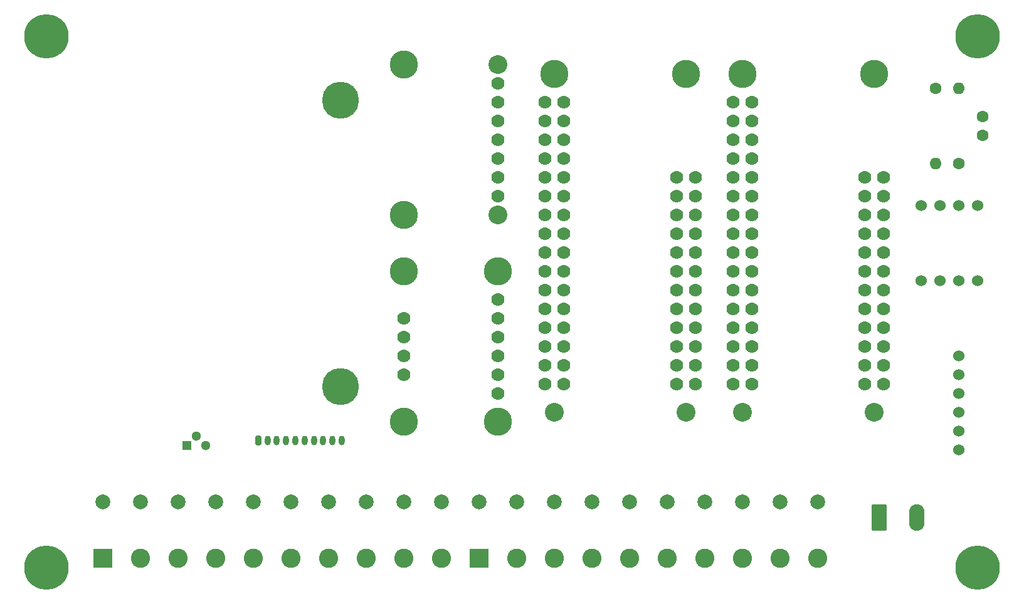
<source format=gts>
G04 #@! TF.GenerationSoftware,KiCad,Pcbnew,7.0.5-0*
G04 #@! TF.CreationDate,2023-06-10T23:19:27+02:00*
G04 #@! TF.ProjectId,Cryologger AWS,4372796f-6c6f-4676-9765-72204157532e,rev?*
G04 #@! TF.SameCoordinates,Original*
G04 #@! TF.FileFunction,Soldermask,Top*
G04 #@! TF.FilePolarity,Negative*
%FSLAX46Y46*%
G04 Gerber Fmt 4.6, Leading zero omitted, Abs format (unit mm)*
G04 Created by KiCad (PCBNEW 7.0.5-0) date 2023-06-10 23:19:27*
%MOMM*%
%LPD*%
G01*
G04 APERTURE LIST*
G04 Aperture macros list*
%AMRoundRect*
0 Rectangle with rounded corners*
0 $1 Rounding radius*
0 $2 $3 $4 $5 $6 $7 $8 $9 X,Y pos of 4 corners*
0 Add a 4 corners polygon primitive as box body*
4,1,4,$2,$3,$4,$5,$6,$7,$8,$9,$2,$3,0*
0 Add four circle primitives for the rounded corners*
1,1,$1+$1,$2,$3*
1,1,$1+$1,$4,$5*
1,1,$1+$1,$6,$7*
1,1,$1+$1,$8,$9*
0 Add four rect primitives between the rounded corners*
20,1,$1+$1,$2,$3,$4,$5,0*
20,1,$1+$1,$4,$5,$6,$7,0*
20,1,$1+$1,$6,$7,$8,$9,0*
20,1,$1+$1,$8,$9,$2,$3,0*%
G04 Aperture macros list end*
%ADD10C,6.000000*%
%ADD11C,4.999990*%
%ADD12RoundRect,0.249999X-0.790001X-1.550001X0.790001X-1.550001X0.790001X1.550001X-0.790001X1.550001X0*%
%ADD13O,2.080000X3.600000*%
%ADD14C,1.600000*%
%ADD15O,1.600000X1.600000*%
%ADD16C,1.524000*%
%ADD17R,2.600000X2.600000*%
%ADD18C,2.600000*%
%ADD19C,3.810000*%
%ADD20C,2.540000*%
%ADD21C,1.778000*%
%ADD22R,1.300000X1.300000*%
%ADD23C,1.300000*%
%ADD24C,2.000000*%
%ADD25RoundRect,0.200000X-0.200000X-0.450000X0.200000X-0.450000X0.200000X0.450000X-0.200000X0.450000X0*%
%ADD26O,0.800000X1.300000*%
G04 APERTURE END LIST*
D10*
X91440000Y-60960000D03*
X217170000Y-132715000D03*
X217170000Y-60960000D03*
X91440000Y-132715000D03*
D11*
X131110000Y-69550000D03*
X131110000Y-108250000D03*
D12*
X203835000Y-125984000D03*
D13*
X208915000Y-125984000D03*
D14*
X217805000Y-71795000D03*
X217805000Y-74295000D03*
X214630000Y-78105000D03*
D15*
X214630000Y-67945000D03*
D16*
X209550000Y-93980000D03*
X212090000Y-93980000D03*
X214630000Y-93980000D03*
X217170000Y-93980000D03*
D17*
X149860000Y-131445000D03*
D18*
X154940000Y-131445000D03*
X160020000Y-131445000D03*
X165100000Y-131445000D03*
X170180000Y-131445000D03*
X175260000Y-131445000D03*
X180340000Y-131445000D03*
X185420000Y-131445000D03*
X190500000Y-131445000D03*
X195580000Y-131445000D03*
D19*
X185420000Y-66040000D03*
D20*
X185420000Y-111760000D03*
D19*
X203200000Y-66040000D03*
D20*
X203200000Y-111760000D03*
D21*
X184150000Y-69850000D03*
X186690000Y-69850000D03*
X184150000Y-72390000D03*
X186690000Y-72390000D03*
X184150000Y-74930000D03*
X186690000Y-74930000D03*
X184150000Y-77470000D03*
X186690000Y-77470000D03*
X184150000Y-80010000D03*
X186690000Y-80010000D03*
X184150000Y-82550000D03*
X186690000Y-82550000D03*
X184150000Y-85090000D03*
X186690000Y-85090000D03*
X184150000Y-87630000D03*
X186690000Y-87630000D03*
X184150000Y-90170000D03*
X186690000Y-90170000D03*
X184150000Y-92710000D03*
X186690000Y-92710000D03*
X184150000Y-95250000D03*
X186690000Y-95250000D03*
X184150000Y-97790000D03*
X186690000Y-97790000D03*
X184150000Y-100330000D03*
X186690000Y-100330000D03*
X184150000Y-102870000D03*
X186690000Y-102870000D03*
X184150000Y-105410000D03*
X186690000Y-105410000D03*
X184150000Y-107950000D03*
X186690000Y-107950000D03*
X201930000Y-107950000D03*
X204470000Y-107950000D03*
X201930000Y-105410000D03*
X204470000Y-105410000D03*
X201930000Y-102870000D03*
X204470000Y-102870000D03*
X201930000Y-100330000D03*
X204470000Y-100330000D03*
X201930000Y-97790000D03*
X204470000Y-97790000D03*
X201930000Y-95250000D03*
X204470000Y-95250000D03*
X201930000Y-92710000D03*
X204470000Y-92710000D03*
X201930000Y-90170000D03*
X204470000Y-90170000D03*
X201930000Y-87630000D03*
X204470000Y-87630000D03*
X201930000Y-85090000D03*
X204470000Y-85090000D03*
X201930000Y-82550000D03*
X204470000Y-82550000D03*
X201930000Y-80010000D03*
X204470000Y-80010000D03*
D22*
X110363000Y-116205000D03*
D23*
X111633000Y-114935000D03*
X112903000Y-116205000D03*
D14*
X211455000Y-67945000D03*
D15*
X211455000Y-78105000D03*
D24*
X99060000Y-123849000D03*
X104140000Y-123849000D03*
X109220000Y-123849000D03*
X114300000Y-123849000D03*
X119380000Y-123849000D03*
X124460000Y-123849000D03*
X129540000Y-123849000D03*
X134620000Y-123849000D03*
X139700000Y-123849000D03*
X144780000Y-123849000D03*
X149860000Y-123849000D03*
X154940000Y-123849000D03*
X160020000Y-123849000D03*
X165100000Y-123849000D03*
X170180000Y-123849000D03*
X175260000Y-123849000D03*
X180340000Y-123849000D03*
X185420000Y-123849000D03*
X190500000Y-123849000D03*
X195580000Y-123849000D03*
D19*
X139700000Y-64770000D03*
X139700000Y-85090000D03*
D20*
X152400000Y-64770000D03*
X152400000Y-85090000D03*
D21*
X152400000Y-82550000D03*
X152400000Y-80010000D03*
X152400000Y-77470000D03*
X152400000Y-74930000D03*
X152400000Y-72390000D03*
X152400000Y-69850000D03*
X152400000Y-67310000D03*
D16*
X214630000Y-116840000D03*
X214630000Y-114300000D03*
X214630000Y-111760000D03*
X214630000Y-109220000D03*
X214630000Y-106680000D03*
X214630000Y-104140000D03*
D25*
X120022600Y-115570000D03*
D26*
X121272600Y-115570000D03*
X122522600Y-115570000D03*
X123772600Y-115570000D03*
X125022600Y-115570000D03*
X126272600Y-115570000D03*
X127522600Y-115570000D03*
X128772600Y-115570000D03*
X130022600Y-115570000D03*
X131272600Y-115570000D03*
D19*
X139700000Y-92710000D03*
D21*
X139700000Y-99060000D03*
X139700000Y-101600000D03*
X139700000Y-104140000D03*
X139700000Y-106680000D03*
D19*
X139700000Y-113030000D03*
X152400000Y-92710000D03*
X152400000Y-113030000D03*
D21*
X152400000Y-109220000D03*
X152400000Y-106680000D03*
X152400000Y-104140000D03*
X152400000Y-101600000D03*
X152400000Y-99060000D03*
X152400000Y-96520000D03*
D16*
X209550000Y-83820000D03*
X212090000Y-83820000D03*
X214630000Y-83820000D03*
X217170000Y-83820000D03*
D19*
X160020000Y-66040000D03*
D20*
X160020000Y-111760000D03*
D19*
X177800000Y-66040000D03*
D20*
X177800000Y-111760000D03*
D21*
X158750000Y-69850000D03*
X161290000Y-69850000D03*
X158750000Y-72390000D03*
X161290000Y-72390000D03*
X158750000Y-74930000D03*
X161290000Y-74930000D03*
X158750000Y-77470000D03*
X161290000Y-77470000D03*
X158750000Y-80010000D03*
X161290000Y-80010000D03*
X158750000Y-82550000D03*
X161290000Y-82550000D03*
X158750000Y-85090000D03*
X161290000Y-85090000D03*
X158750000Y-87630000D03*
X161290000Y-87630000D03*
X158750000Y-90170000D03*
X161290000Y-90170000D03*
X158750000Y-92710000D03*
X161290000Y-92710000D03*
X158750000Y-95250000D03*
X161290000Y-95250000D03*
X158750000Y-97790000D03*
X161290000Y-97790000D03*
X158750000Y-100330000D03*
X161290000Y-100330000D03*
X158750000Y-102870000D03*
X161290000Y-102870000D03*
X158750000Y-105410000D03*
X161290000Y-105410000D03*
X158750000Y-107950000D03*
X161290000Y-107950000D03*
X176530000Y-107950000D03*
X179070000Y-107950000D03*
X176530000Y-105410000D03*
X179070000Y-105410000D03*
X176530000Y-102870000D03*
X179070000Y-102870000D03*
X176530000Y-100330000D03*
X179070000Y-100330000D03*
X176530000Y-97790000D03*
X179070000Y-97790000D03*
X176530000Y-95250000D03*
X179070000Y-95250000D03*
X176530000Y-92710000D03*
X179070000Y-92710000D03*
X176530000Y-90170000D03*
X179070000Y-90170000D03*
X176530000Y-87630000D03*
X179070000Y-87630000D03*
X176530000Y-85090000D03*
X179070000Y-85090000D03*
X176530000Y-82550000D03*
X179070000Y-82550000D03*
X176530000Y-80010000D03*
X179070000Y-80010000D03*
D17*
X99060000Y-131445000D03*
D18*
X104140000Y-131445000D03*
X109220000Y-131445000D03*
X114300000Y-131445000D03*
X119380000Y-131445000D03*
X124460000Y-131445000D03*
X129540000Y-131445000D03*
X134620000Y-131445000D03*
X139700000Y-131445000D03*
X144780000Y-131445000D03*
M02*

</source>
